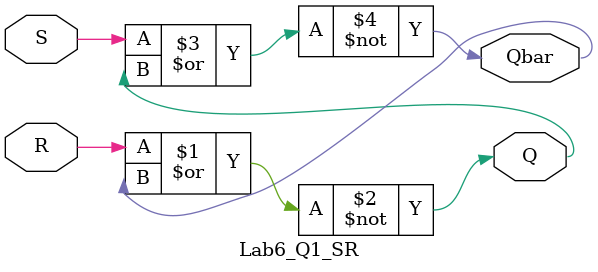
<source format=v>
`timescale 1ns / 1ps


module Lab6_Q1_SR(
input S,
input R,
output Q,
output Qbar 
    );
    nor N1(Q,R,Qbar);
    nor N2(Qbar, S, Q);
    
endmodule

</source>
